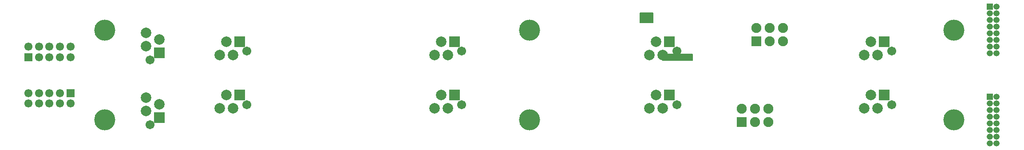
<source format=gbs>
%TF.GenerationSoftware,KiCad,Pcbnew,(2018-01-21 revision 6b9866de8)-makepkg*%
%TF.CreationDate,2018-04-10T17:10:11+02:00*%
%TF.ProjectId,Arm_interface_board_panel,41726D5F696E746572666163655F626F,rev?*%
%TF.SameCoordinates,Original*%
%TF.FileFunction,Soldermask,Bot*%
%TF.FilePolarity,Negative*%
%FSLAX46Y46*%
G04 Gerber Fmt 4.6, Leading zero omitted, Abs format (unit mm)*
G04 Created by KiCad (PCBNEW (2018-01-21 revision 6b9866de8)-makepkg) date 04/10/18 17:10:11*
%MOMM*%
%LPD*%
G01*
G04 APERTURE LIST*
%ADD10C,0.150000*%
%ADD11C,4.003200*%
%ADD12C,1.703300*%
%ADD13C,2.003200*%
%ADD14R,2.003200X2.003200*%
%ADD15R,1.903200X1.903200*%
%ADD16O,1.903200X1.903200*%
%ADD17C,1.553200*%
%ADD18R,1.553200X1.553200*%
%ADD19R,1.203200X1.203200*%
%ADD20O,1.203200X1.203200*%
G04 APERTURE END LIST*
D10*
G36*
X172750000Y-85050000D02*
X175150000Y-85050000D01*
X175150000Y-86850000D01*
X172750000Y-86850000D01*
X172750000Y-85050000D01*
G37*
X172750000Y-85050000D02*
X175150000Y-85050000D01*
X175150000Y-86850000D01*
X172750000Y-86850000D01*
X172750000Y-85050000D01*
G36*
X177057300Y-92902800D02*
X177057300Y-94102800D01*
X182707300Y-94102800D01*
X182707300Y-92902800D01*
X177057300Y-92902800D01*
G37*
X177057300Y-92902800D02*
X177057300Y-94102800D01*
X182707300Y-94102800D01*
X182707300Y-92902800D01*
X177057300Y-92902800D01*
D11*
X232600000Y-88300000D03*
X151600000Y-88300000D03*
X70600000Y-88300000D03*
D12*
X179700000Y-92300000D03*
D13*
X174490000Y-93040000D03*
X175760000Y-90500000D03*
X177030000Y-93040000D03*
D14*
X178300000Y-90500000D03*
D15*
X194900000Y-90400000D03*
D16*
X194900000Y-87860000D03*
X197440000Y-90400000D03*
X197440000Y-87860000D03*
X199980000Y-90400000D03*
X199980000Y-87860000D03*
D14*
X137300000Y-90500000D03*
D13*
X136030000Y-93040000D03*
X134760000Y-90500000D03*
X133490000Y-93040000D03*
D12*
X138700000Y-92300000D03*
D17*
X64048000Y-91446000D03*
X62048000Y-91446000D03*
X60048000Y-91446000D03*
X58048000Y-91446000D03*
X56048000Y-91446000D03*
X64048000Y-93446000D03*
X62048000Y-93446000D03*
X60048000Y-93446000D03*
X58048000Y-93446000D03*
D18*
X56048000Y-93446000D03*
D14*
X81000000Y-92600000D03*
D13*
X78460000Y-91330000D03*
X81000000Y-90060000D03*
X78460000Y-88790000D03*
D12*
X79200000Y-94000000D03*
X97700000Y-92300000D03*
D13*
X92490000Y-93040000D03*
X93760000Y-90500000D03*
X95030000Y-93040000D03*
D14*
X96300000Y-90500000D03*
X219300000Y-90500000D03*
D13*
X218030000Y-93040000D03*
X216760000Y-90500000D03*
X215490000Y-93040000D03*
D12*
X220700000Y-92300000D03*
D19*
X239400000Y-83855000D03*
D20*
X240670000Y-83855000D03*
X239400000Y-85125000D03*
X240670000Y-85125000D03*
X239400000Y-86395000D03*
X240670000Y-86395000D03*
X239400000Y-87665000D03*
X240670000Y-87665000D03*
X239400000Y-88935000D03*
X240670000Y-88935000D03*
X239400000Y-90205000D03*
X240670000Y-90205000D03*
X239400000Y-91475000D03*
X240670000Y-91475000D03*
X239400000Y-92745000D03*
X240670000Y-92745000D03*
D19*
X239400000Y-101005000D03*
D20*
X240670000Y-101005000D03*
X239400000Y-102275000D03*
X240670000Y-102275000D03*
X239400000Y-103545000D03*
X240670000Y-103545000D03*
X239400000Y-104815000D03*
X240670000Y-104815000D03*
X239400000Y-106085000D03*
X240670000Y-106085000D03*
X239400000Y-107355000D03*
X240670000Y-107355000D03*
X239400000Y-108625000D03*
X240670000Y-108625000D03*
X239400000Y-109895000D03*
X240670000Y-109895000D03*
D12*
X220700000Y-102510000D03*
D13*
X215490000Y-103250000D03*
X216760000Y-100710000D03*
X218030000Y-103250000D03*
D14*
X219300000Y-100710000D03*
D12*
X138700000Y-102510000D03*
D13*
X133490000Y-103250000D03*
X134760000Y-100710000D03*
X136030000Y-103250000D03*
D14*
X137300000Y-100710000D03*
D17*
X56048000Y-102304000D03*
X58048000Y-102304000D03*
X60048000Y-102304000D03*
X62048000Y-102304000D03*
X64048000Y-102304000D03*
X56048000Y-100304000D03*
X58048000Y-100304000D03*
X60048000Y-100304000D03*
X62048000Y-100304000D03*
D18*
X64048000Y-100304000D03*
D12*
X97700000Y-102510000D03*
D13*
X92490000Y-103250000D03*
X93760000Y-100710000D03*
X95030000Y-103250000D03*
D14*
X96300000Y-100710000D03*
D12*
X79200000Y-106360000D03*
D13*
X78460000Y-101150000D03*
X81000000Y-102420000D03*
X78460000Y-103690000D03*
D14*
X81000000Y-104960000D03*
D12*
X179700000Y-102510000D03*
D13*
X174490000Y-103250000D03*
X175760000Y-100710000D03*
X177030000Y-103250000D03*
D14*
X178300000Y-100710000D03*
D11*
X232600000Y-105450000D03*
X151600000Y-105450000D03*
X70600000Y-105450000D03*
D15*
X192100000Y-105850000D03*
D16*
X192100000Y-103310000D03*
X194640000Y-105850000D03*
X194640000Y-103310000D03*
X197180000Y-105850000D03*
X197180000Y-103310000D03*
M02*

</source>
